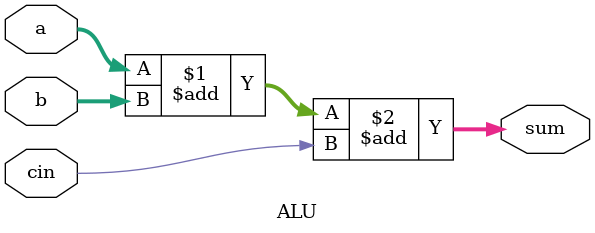
<source format=v>




`timescale 1ns/1ns
module boothmul(
        input [7:0]a,b,
        output [15:0] c
        );

	wire  [7:0]Q0,Q1,Q2,Q3,Q4,Q5,Q6,Q7;
	wire  [7:0] A1,A0,A3,A2;
	wire  [7:0] A4,A5,A6,A7;
	wire [7:0] q0;
	wire qout;
	
	booth_substep step1(8'b00000000,a,1'b0,b,A1,Q1,q0[1]);
	booth_substep step2(A1,Q1,q0[1],b,A2,Q2,q0[2]);
	booth_substep step3(A2,Q2,q0[2],b,A3,Q3,q0[3]);
	booth_substep step4(A3,Q3,q0[3],b,A4,Q4,q0[4]);
	booth_substep step5(A4,Q4,q0[4],b,A5,Q5,q0[5]);
	booth_substep step6(A5,Q5,q0[5],b,A6,Q6,q0[6]);
	booth_substep step7(A6,Q6,q0[6],b,A7,Q7,q0[7]);
	booth_substep step8(A7,Q7,q0[7],b,c[15:8],c[7:0],qout);	 
endmodule

module booth_substep(
 input [7:0]A,Q,
 input  q0,
 input [7:0]M,
 output  [7:0]A_,Q_,
 output  Q_1 );

 wire [7:0] sum,difference;
 
 assign {A_,Q_,Q_1} = ((Q[0] < q0) ? {sum[7],sum,Q} : ((Q[0] > q0)  ? {difference[7], difference,Q} : {A[7],A,Q}) )  ; 
 
 ALU sub( A,~M,1'b1,difference);
 ALU add( A,M,1'b0,sum);
endmodule 

module ALU(b,a,cin,sum);
	input [7:0] a,b;
        input  cin;
	output  [7:0]sum;

   assign sum = a + b + cin;
endmodule 
   


</source>
